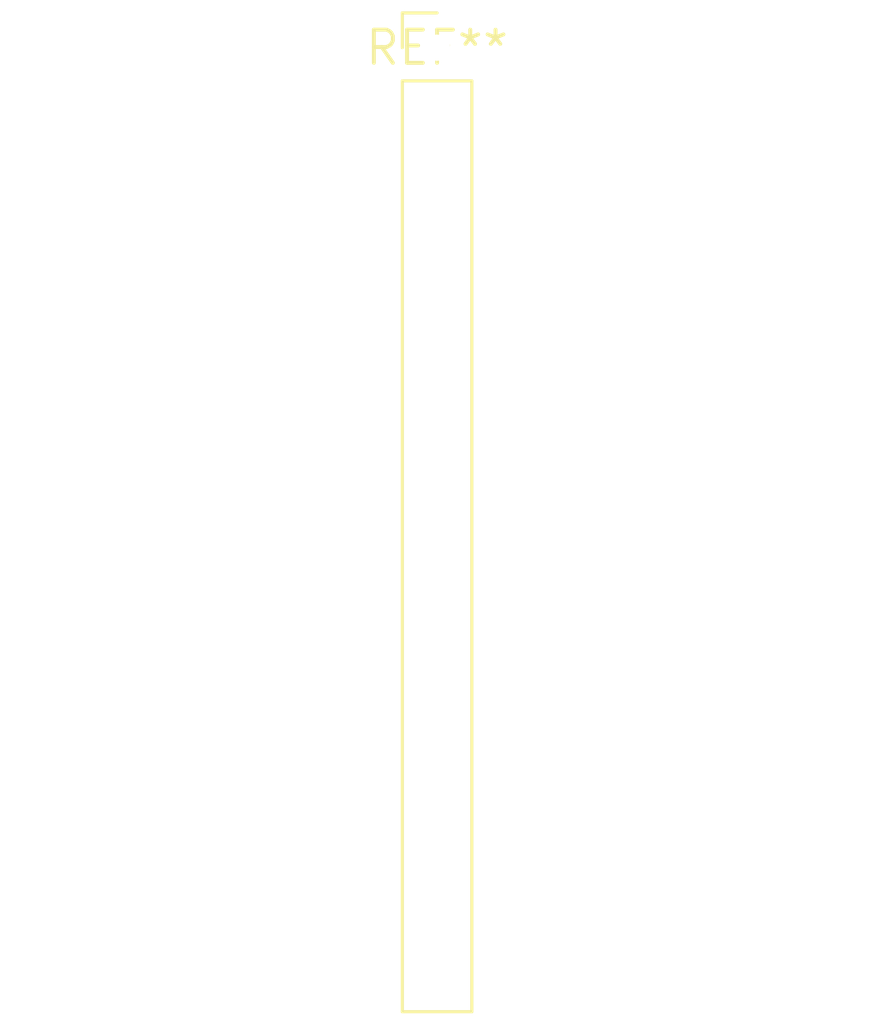
<source format=kicad_pcb>
(kicad_pcb (version 20240108) (generator pcbnew)
  (layers (0 "F.Cu" signal) (31 "B.Cu" signal) (34 "B.Paste" user) (35 "F.Paste" user) (36 "B.SilkS" user "B.Silkscreen") (37 "F.SilkS" user "F.Silkscreen") (38 "B.Mask" user) (39 "F.Mask" user) (44 "Edge.Cuts" user))
  (net 0 "")
  (footprint "PinHeader_1x15_P2.54mm_Vertical" (layer "F.Cu") (at 0 0)
    (property "Reference" "REF**")
    (property "Value" "PinHeader_1x15_P2.54mm_Vertical")
    (fp_line (start -1.33 -1.33) (end 0 -1.33) (layer "F.SilkS") (stroke (width 0.12)))
    (fp_line (start -1.33 0) (end -1.33 -1.33) (layer "F.SilkS") (stroke (width 0.12)))
    (fp_line (start -1.33 1.27) (end -1.33 36.89) (layer "F.SilkS") (stroke (width 0.12)))
    (fp_line (start -1.33 1.27) (end 1.33 1.27) (layer "F.SilkS") (stroke (width 0.12)))
    (fp_line (start -1.33 36.89) (end 1.33 36.89) (layer "F.SilkS") (stroke (width 0.12)))
    (fp_line (start 1.33 1.27) (end 1.33 36.89) (layer "F.SilkS") (stroke (width 0.12)))
    (pad "1" thru_hole rect (at 0 0) (size 1.7 1.7) (drill 1) (layers *.Cu *.Mask) (remove_unused_layers))
    (pad "2" thru_hole oval (at 0 2.54) (size 1.7 1.7) (drill 1) (layers *.Cu *.Mask) (remove_unused_layers))
    (pad "3" thru_hole oval (at 0 5.08) (size 1.7 1.7) (drill 1) (layers *.Cu *.Mask) (remove_unused_layers))
    (pad "4" thru_hole oval (at 0 7.62) (size 1.7 1.7) (drill 1) (layers *.Cu *.Mask) (remove_unused_layers))
    (pad "5" thru_hole oval (at 0 10.16) (size 1.7 1.7) (drill 1) (layers *.Cu *.Mask) (remove_unused_layers))
    (pad "6" thru_hole oval (at 0 12.7) (size 1.7 1.7) (drill 1) (layers *.Cu *.Mask) (remove_unused_layers))
    (pad "7" thru_hole oval (at 0 15.24) (size 1.7 1.7) (drill 1) (layers *.Cu *.Mask) (remove_unused_layers))
    (pad "8" thru_hole oval (at 0 17.78) (size 1.7 1.7) (drill 1) (layers *.Cu *.Mask) (remove_unused_layers))
    (pad "9" thru_hole oval (at 0 20.32) (size 1.7 1.7) (drill 1) (layers *.Cu *.Mask) (remove_unused_layers))
    (pad "10" thru_hole oval (at 0 22.86) (size 1.7 1.7) (drill 1) (layers *.Cu *.Mask) (remove_unused_layers))
    (pad "11" thru_hole oval (at 0 25.4) (size 1.7 1.7) (drill 1) (layers *.Cu *.Mask) (remove_unused_layers))
    (pad "12" thru_hole oval (at 0 27.94) (size 1.7 1.7) (drill 1) (layers *.Cu *.Mask) (remove_unused_layers))
    (pad "13" thru_hole oval (at 0 30.48) (size 1.7 1.7) (drill 1) (layers *.Cu *.Mask) (remove_unused_layers))
    (pad "14" thru_hole oval (at 0 33.02) (size 1.7 1.7) (drill 1) (layers *.Cu *.Mask) (remove_unused_layers))
    (pad "15" thru_hole oval (at 0 35.56) (size 1.7 1.7) (drill 1) (layers *.Cu *.Mask) (remove_unused_layers))
  )
)
</source>
